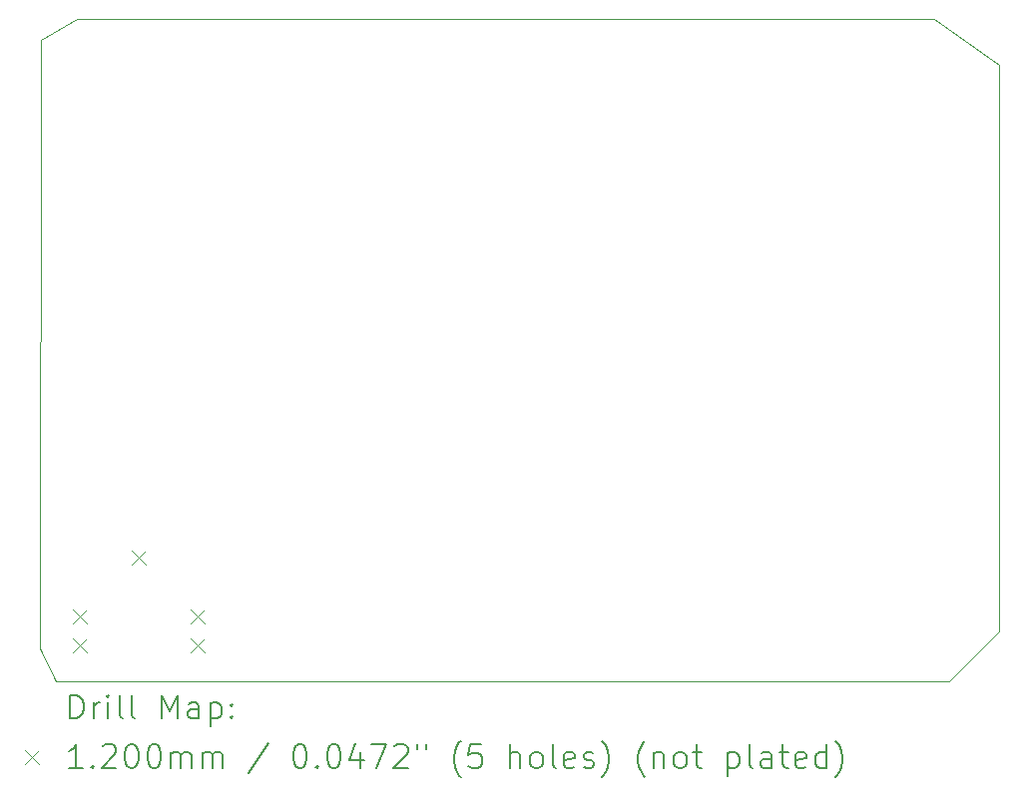
<source format=gbr>
%TF.GenerationSoftware,KiCad,Pcbnew,7.0.6*%
%TF.CreationDate,2023-11-13T16:36:01+01:00*%
%TF.ProjectId,c64sid,63363473-6964-42e6-9b69-6361645f7063,rev?*%
%TF.SameCoordinates,Original*%
%TF.FileFunction,Drillmap*%
%TF.FilePolarity,Positive*%
%FSLAX45Y45*%
G04 Gerber Fmt 4.5, Leading zero omitted, Abs format (unit mm)*
G04 Created by KiCad (PCBNEW 7.0.6) date 2023-11-13 16:36:01*
%MOMM*%
%LPD*%
G01*
G04 APERTURE LIST*
%ADD10C,0.100000*%
%ADD11C,0.200000*%
%ADD12C,0.120000*%
G04 APERTURE END LIST*
D10*
X8580000Y-10350000D02*
X8720000Y-10630000D01*
X8590000Y-5190000D02*
X8580000Y-10350000D01*
X16720000Y-10210000D02*
X16720000Y-5400000D01*
X16170000Y-5010000D02*
X8890000Y-5010000D01*
X16720000Y-5400000D02*
X16170000Y-5010000D01*
X8890000Y-5010000D02*
X8590000Y-5190000D01*
X8720000Y-10630000D02*
X16290000Y-10630000D01*
X16290000Y-10630000D02*
X16720000Y-10210000D01*
D11*
D12*
X8860000Y-10020000D02*
X8980000Y-10140000D01*
X8980000Y-10020000D02*
X8860000Y-10140000D01*
X8860000Y-10270000D02*
X8980000Y-10390000D01*
X8980000Y-10270000D02*
X8860000Y-10390000D01*
X9360000Y-9520000D02*
X9480000Y-9640000D01*
X9480000Y-9520000D02*
X9360000Y-9640000D01*
X9860000Y-10020000D02*
X9980000Y-10140000D01*
X9980000Y-10020000D02*
X9860000Y-10140000D01*
X9860000Y-10270000D02*
X9980000Y-10390000D01*
X9980000Y-10270000D02*
X9860000Y-10390000D01*
D11*
X8835777Y-10946484D02*
X8835777Y-10746484D01*
X8835777Y-10746484D02*
X8883396Y-10746484D01*
X8883396Y-10746484D02*
X8911967Y-10756008D01*
X8911967Y-10756008D02*
X8931015Y-10775055D01*
X8931015Y-10775055D02*
X8940539Y-10794103D01*
X8940539Y-10794103D02*
X8950063Y-10832198D01*
X8950063Y-10832198D02*
X8950063Y-10860770D01*
X8950063Y-10860770D02*
X8940539Y-10898865D01*
X8940539Y-10898865D02*
X8931015Y-10917912D01*
X8931015Y-10917912D02*
X8911967Y-10936960D01*
X8911967Y-10936960D02*
X8883396Y-10946484D01*
X8883396Y-10946484D02*
X8835777Y-10946484D01*
X9035777Y-10946484D02*
X9035777Y-10813150D01*
X9035777Y-10851246D02*
X9045301Y-10832198D01*
X9045301Y-10832198D02*
X9054824Y-10822674D01*
X9054824Y-10822674D02*
X9073872Y-10813150D01*
X9073872Y-10813150D02*
X9092920Y-10813150D01*
X9159586Y-10946484D02*
X9159586Y-10813150D01*
X9159586Y-10746484D02*
X9150063Y-10756008D01*
X9150063Y-10756008D02*
X9159586Y-10765531D01*
X9159586Y-10765531D02*
X9169110Y-10756008D01*
X9169110Y-10756008D02*
X9159586Y-10746484D01*
X9159586Y-10746484D02*
X9159586Y-10765531D01*
X9283396Y-10946484D02*
X9264348Y-10936960D01*
X9264348Y-10936960D02*
X9254824Y-10917912D01*
X9254824Y-10917912D02*
X9254824Y-10746484D01*
X9388158Y-10946484D02*
X9369110Y-10936960D01*
X9369110Y-10936960D02*
X9359586Y-10917912D01*
X9359586Y-10917912D02*
X9359586Y-10746484D01*
X9616729Y-10946484D02*
X9616729Y-10746484D01*
X9616729Y-10746484D02*
X9683396Y-10889341D01*
X9683396Y-10889341D02*
X9750063Y-10746484D01*
X9750063Y-10746484D02*
X9750063Y-10946484D01*
X9931015Y-10946484D02*
X9931015Y-10841722D01*
X9931015Y-10841722D02*
X9921491Y-10822674D01*
X9921491Y-10822674D02*
X9902444Y-10813150D01*
X9902444Y-10813150D02*
X9864348Y-10813150D01*
X9864348Y-10813150D02*
X9845301Y-10822674D01*
X9931015Y-10936960D02*
X9911967Y-10946484D01*
X9911967Y-10946484D02*
X9864348Y-10946484D01*
X9864348Y-10946484D02*
X9845301Y-10936960D01*
X9845301Y-10936960D02*
X9835777Y-10917912D01*
X9835777Y-10917912D02*
X9835777Y-10898865D01*
X9835777Y-10898865D02*
X9845301Y-10879817D01*
X9845301Y-10879817D02*
X9864348Y-10870293D01*
X9864348Y-10870293D02*
X9911967Y-10870293D01*
X9911967Y-10870293D02*
X9931015Y-10860770D01*
X10026253Y-10813150D02*
X10026253Y-11013150D01*
X10026253Y-10822674D02*
X10045301Y-10813150D01*
X10045301Y-10813150D02*
X10083396Y-10813150D01*
X10083396Y-10813150D02*
X10102444Y-10822674D01*
X10102444Y-10822674D02*
X10111967Y-10832198D01*
X10111967Y-10832198D02*
X10121491Y-10851246D01*
X10121491Y-10851246D02*
X10121491Y-10908389D01*
X10121491Y-10908389D02*
X10111967Y-10927436D01*
X10111967Y-10927436D02*
X10102444Y-10936960D01*
X10102444Y-10936960D02*
X10083396Y-10946484D01*
X10083396Y-10946484D02*
X10045301Y-10946484D01*
X10045301Y-10946484D02*
X10026253Y-10936960D01*
X10207205Y-10927436D02*
X10216729Y-10936960D01*
X10216729Y-10936960D02*
X10207205Y-10946484D01*
X10207205Y-10946484D02*
X10197682Y-10936960D01*
X10197682Y-10936960D02*
X10207205Y-10927436D01*
X10207205Y-10927436D02*
X10207205Y-10946484D01*
X10207205Y-10822674D02*
X10216729Y-10832198D01*
X10216729Y-10832198D02*
X10207205Y-10841722D01*
X10207205Y-10841722D02*
X10197682Y-10832198D01*
X10197682Y-10832198D02*
X10207205Y-10822674D01*
X10207205Y-10822674D02*
X10207205Y-10841722D01*
D12*
X8455000Y-11215000D02*
X8575000Y-11335000D01*
X8575000Y-11215000D02*
X8455000Y-11335000D01*
D11*
X8940539Y-11366484D02*
X8826253Y-11366484D01*
X8883396Y-11366484D02*
X8883396Y-11166484D01*
X8883396Y-11166484D02*
X8864348Y-11195055D01*
X8864348Y-11195055D02*
X8845301Y-11214103D01*
X8845301Y-11214103D02*
X8826253Y-11223627D01*
X9026253Y-11347436D02*
X9035777Y-11356960D01*
X9035777Y-11356960D02*
X9026253Y-11366484D01*
X9026253Y-11366484D02*
X9016729Y-11356960D01*
X9016729Y-11356960D02*
X9026253Y-11347436D01*
X9026253Y-11347436D02*
X9026253Y-11366484D01*
X9111967Y-11185531D02*
X9121491Y-11176008D01*
X9121491Y-11176008D02*
X9140539Y-11166484D01*
X9140539Y-11166484D02*
X9188158Y-11166484D01*
X9188158Y-11166484D02*
X9207205Y-11176008D01*
X9207205Y-11176008D02*
X9216729Y-11185531D01*
X9216729Y-11185531D02*
X9226253Y-11204579D01*
X9226253Y-11204579D02*
X9226253Y-11223627D01*
X9226253Y-11223627D02*
X9216729Y-11252198D01*
X9216729Y-11252198D02*
X9102444Y-11366484D01*
X9102444Y-11366484D02*
X9226253Y-11366484D01*
X9350063Y-11166484D02*
X9369110Y-11166484D01*
X9369110Y-11166484D02*
X9388158Y-11176008D01*
X9388158Y-11176008D02*
X9397682Y-11185531D01*
X9397682Y-11185531D02*
X9407205Y-11204579D01*
X9407205Y-11204579D02*
X9416729Y-11242674D01*
X9416729Y-11242674D02*
X9416729Y-11290293D01*
X9416729Y-11290293D02*
X9407205Y-11328388D01*
X9407205Y-11328388D02*
X9397682Y-11347436D01*
X9397682Y-11347436D02*
X9388158Y-11356960D01*
X9388158Y-11356960D02*
X9369110Y-11366484D01*
X9369110Y-11366484D02*
X9350063Y-11366484D01*
X9350063Y-11366484D02*
X9331015Y-11356960D01*
X9331015Y-11356960D02*
X9321491Y-11347436D01*
X9321491Y-11347436D02*
X9311967Y-11328388D01*
X9311967Y-11328388D02*
X9302444Y-11290293D01*
X9302444Y-11290293D02*
X9302444Y-11242674D01*
X9302444Y-11242674D02*
X9311967Y-11204579D01*
X9311967Y-11204579D02*
X9321491Y-11185531D01*
X9321491Y-11185531D02*
X9331015Y-11176008D01*
X9331015Y-11176008D02*
X9350063Y-11166484D01*
X9540539Y-11166484D02*
X9559586Y-11166484D01*
X9559586Y-11166484D02*
X9578634Y-11176008D01*
X9578634Y-11176008D02*
X9588158Y-11185531D01*
X9588158Y-11185531D02*
X9597682Y-11204579D01*
X9597682Y-11204579D02*
X9607205Y-11242674D01*
X9607205Y-11242674D02*
X9607205Y-11290293D01*
X9607205Y-11290293D02*
X9597682Y-11328388D01*
X9597682Y-11328388D02*
X9588158Y-11347436D01*
X9588158Y-11347436D02*
X9578634Y-11356960D01*
X9578634Y-11356960D02*
X9559586Y-11366484D01*
X9559586Y-11366484D02*
X9540539Y-11366484D01*
X9540539Y-11366484D02*
X9521491Y-11356960D01*
X9521491Y-11356960D02*
X9511967Y-11347436D01*
X9511967Y-11347436D02*
X9502444Y-11328388D01*
X9502444Y-11328388D02*
X9492920Y-11290293D01*
X9492920Y-11290293D02*
X9492920Y-11242674D01*
X9492920Y-11242674D02*
X9502444Y-11204579D01*
X9502444Y-11204579D02*
X9511967Y-11185531D01*
X9511967Y-11185531D02*
X9521491Y-11176008D01*
X9521491Y-11176008D02*
X9540539Y-11166484D01*
X9692920Y-11366484D02*
X9692920Y-11233150D01*
X9692920Y-11252198D02*
X9702444Y-11242674D01*
X9702444Y-11242674D02*
X9721491Y-11233150D01*
X9721491Y-11233150D02*
X9750063Y-11233150D01*
X9750063Y-11233150D02*
X9769110Y-11242674D01*
X9769110Y-11242674D02*
X9778634Y-11261722D01*
X9778634Y-11261722D02*
X9778634Y-11366484D01*
X9778634Y-11261722D02*
X9788158Y-11242674D01*
X9788158Y-11242674D02*
X9807205Y-11233150D01*
X9807205Y-11233150D02*
X9835777Y-11233150D01*
X9835777Y-11233150D02*
X9854825Y-11242674D01*
X9854825Y-11242674D02*
X9864348Y-11261722D01*
X9864348Y-11261722D02*
X9864348Y-11366484D01*
X9959586Y-11366484D02*
X9959586Y-11233150D01*
X9959586Y-11252198D02*
X9969110Y-11242674D01*
X9969110Y-11242674D02*
X9988158Y-11233150D01*
X9988158Y-11233150D02*
X10016729Y-11233150D01*
X10016729Y-11233150D02*
X10035777Y-11242674D01*
X10035777Y-11242674D02*
X10045301Y-11261722D01*
X10045301Y-11261722D02*
X10045301Y-11366484D01*
X10045301Y-11261722D02*
X10054825Y-11242674D01*
X10054825Y-11242674D02*
X10073872Y-11233150D01*
X10073872Y-11233150D02*
X10102444Y-11233150D01*
X10102444Y-11233150D02*
X10121491Y-11242674D01*
X10121491Y-11242674D02*
X10131015Y-11261722D01*
X10131015Y-11261722D02*
X10131015Y-11366484D01*
X10521491Y-11156960D02*
X10350063Y-11414103D01*
X10778634Y-11166484D02*
X10797682Y-11166484D01*
X10797682Y-11166484D02*
X10816729Y-11176008D01*
X10816729Y-11176008D02*
X10826253Y-11185531D01*
X10826253Y-11185531D02*
X10835777Y-11204579D01*
X10835777Y-11204579D02*
X10845301Y-11242674D01*
X10845301Y-11242674D02*
X10845301Y-11290293D01*
X10845301Y-11290293D02*
X10835777Y-11328388D01*
X10835777Y-11328388D02*
X10826253Y-11347436D01*
X10826253Y-11347436D02*
X10816729Y-11356960D01*
X10816729Y-11356960D02*
X10797682Y-11366484D01*
X10797682Y-11366484D02*
X10778634Y-11366484D01*
X10778634Y-11366484D02*
X10759587Y-11356960D01*
X10759587Y-11356960D02*
X10750063Y-11347436D01*
X10750063Y-11347436D02*
X10740539Y-11328388D01*
X10740539Y-11328388D02*
X10731015Y-11290293D01*
X10731015Y-11290293D02*
X10731015Y-11242674D01*
X10731015Y-11242674D02*
X10740539Y-11204579D01*
X10740539Y-11204579D02*
X10750063Y-11185531D01*
X10750063Y-11185531D02*
X10759587Y-11176008D01*
X10759587Y-11176008D02*
X10778634Y-11166484D01*
X10931015Y-11347436D02*
X10940539Y-11356960D01*
X10940539Y-11356960D02*
X10931015Y-11366484D01*
X10931015Y-11366484D02*
X10921491Y-11356960D01*
X10921491Y-11356960D02*
X10931015Y-11347436D01*
X10931015Y-11347436D02*
X10931015Y-11366484D01*
X11064348Y-11166484D02*
X11083396Y-11166484D01*
X11083396Y-11166484D02*
X11102444Y-11176008D01*
X11102444Y-11176008D02*
X11111968Y-11185531D01*
X11111968Y-11185531D02*
X11121491Y-11204579D01*
X11121491Y-11204579D02*
X11131015Y-11242674D01*
X11131015Y-11242674D02*
X11131015Y-11290293D01*
X11131015Y-11290293D02*
X11121491Y-11328388D01*
X11121491Y-11328388D02*
X11111968Y-11347436D01*
X11111968Y-11347436D02*
X11102444Y-11356960D01*
X11102444Y-11356960D02*
X11083396Y-11366484D01*
X11083396Y-11366484D02*
X11064348Y-11366484D01*
X11064348Y-11366484D02*
X11045301Y-11356960D01*
X11045301Y-11356960D02*
X11035777Y-11347436D01*
X11035777Y-11347436D02*
X11026253Y-11328388D01*
X11026253Y-11328388D02*
X11016729Y-11290293D01*
X11016729Y-11290293D02*
X11016729Y-11242674D01*
X11016729Y-11242674D02*
X11026253Y-11204579D01*
X11026253Y-11204579D02*
X11035777Y-11185531D01*
X11035777Y-11185531D02*
X11045301Y-11176008D01*
X11045301Y-11176008D02*
X11064348Y-11166484D01*
X11302444Y-11233150D02*
X11302444Y-11366484D01*
X11254825Y-11156960D02*
X11207206Y-11299817D01*
X11207206Y-11299817D02*
X11331015Y-11299817D01*
X11388158Y-11166484D02*
X11521491Y-11166484D01*
X11521491Y-11166484D02*
X11435777Y-11366484D01*
X11588158Y-11185531D02*
X11597682Y-11176008D01*
X11597682Y-11176008D02*
X11616729Y-11166484D01*
X11616729Y-11166484D02*
X11664348Y-11166484D01*
X11664348Y-11166484D02*
X11683396Y-11176008D01*
X11683396Y-11176008D02*
X11692920Y-11185531D01*
X11692920Y-11185531D02*
X11702444Y-11204579D01*
X11702444Y-11204579D02*
X11702444Y-11223627D01*
X11702444Y-11223627D02*
X11692920Y-11252198D01*
X11692920Y-11252198D02*
X11578634Y-11366484D01*
X11578634Y-11366484D02*
X11702444Y-11366484D01*
X11778634Y-11166484D02*
X11778634Y-11204579D01*
X11854825Y-11166484D02*
X11854825Y-11204579D01*
X12150063Y-11442674D02*
X12140539Y-11433150D01*
X12140539Y-11433150D02*
X12121491Y-11404579D01*
X12121491Y-11404579D02*
X12111968Y-11385531D01*
X12111968Y-11385531D02*
X12102444Y-11356960D01*
X12102444Y-11356960D02*
X12092920Y-11309341D01*
X12092920Y-11309341D02*
X12092920Y-11271246D01*
X12092920Y-11271246D02*
X12102444Y-11223627D01*
X12102444Y-11223627D02*
X12111968Y-11195055D01*
X12111968Y-11195055D02*
X12121491Y-11176008D01*
X12121491Y-11176008D02*
X12140539Y-11147436D01*
X12140539Y-11147436D02*
X12150063Y-11137912D01*
X12321491Y-11166484D02*
X12226253Y-11166484D01*
X12226253Y-11166484D02*
X12216729Y-11261722D01*
X12216729Y-11261722D02*
X12226253Y-11252198D01*
X12226253Y-11252198D02*
X12245301Y-11242674D01*
X12245301Y-11242674D02*
X12292920Y-11242674D01*
X12292920Y-11242674D02*
X12311968Y-11252198D01*
X12311968Y-11252198D02*
X12321491Y-11261722D01*
X12321491Y-11261722D02*
X12331015Y-11280769D01*
X12331015Y-11280769D02*
X12331015Y-11328388D01*
X12331015Y-11328388D02*
X12321491Y-11347436D01*
X12321491Y-11347436D02*
X12311968Y-11356960D01*
X12311968Y-11356960D02*
X12292920Y-11366484D01*
X12292920Y-11366484D02*
X12245301Y-11366484D01*
X12245301Y-11366484D02*
X12226253Y-11356960D01*
X12226253Y-11356960D02*
X12216729Y-11347436D01*
X12569110Y-11366484D02*
X12569110Y-11166484D01*
X12654825Y-11366484D02*
X12654825Y-11261722D01*
X12654825Y-11261722D02*
X12645301Y-11242674D01*
X12645301Y-11242674D02*
X12626253Y-11233150D01*
X12626253Y-11233150D02*
X12597682Y-11233150D01*
X12597682Y-11233150D02*
X12578634Y-11242674D01*
X12578634Y-11242674D02*
X12569110Y-11252198D01*
X12778634Y-11366484D02*
X12759587Y-11356960D01*
X12759587Y-11356960D02*
X12750063Y-11347436D01*
X12750063Y-11347436D02*
X12740539Y-11328388D01*
X12740539Y-11328388D02*
X12740539Y-11271246D01*
X12740539Y-11271246D02*
X12750063Y-11252198D01*
X12750063Y-11252198D02*
X12759587Y-11242674D01*
X12759587Y-11242674D02*
X12778634Y-11233150D01*
X12778634Y-11233150D02*
X12807206Y-11233150D01*
X12807206Y-11233150D02*
X12826253Y-11242674D01*
X12826253Y-11242674D02*
X12835777Y-11252198D01*
X12835777Y-11252198D02*
X12845301Y-11271246D01*
X12845301Y-11271246D02*
X12845301Y-11328388D01*
X12845301Y-11328388D02*
X12835777Y-11347436D01*
X12835777Y-11347436D02*
X12826253Y-11356960D01*
X12826253Y-11356960D02*
X12807206Y-11366484D01*
X12807206Y-11366484D02*
X12778634Y-11366484D01*
X12959587Y-11366484D02*
X12940539Y-11356960D01*
X12940539Y-11356960D02*
X12931015Y-11337912D01*
X12931015Y-11337912D02*
X12931015Y-11166484D01*
X13111968Y-11356960D02*
X13092920Y-11366484D01*
X13092920Y-11366484D02*
X13054825Y-11366484D01*
X13054825Y-11366484D02*
X13035777Y-11356960D01*
X13035777Y-11356960D02*
X13026253Y-11337912D01*
X13026253Y-11337912D02*
X13026253Y-11261722D01*
X13026253Y-11261722D02*
X13035777Y-11242674D01*
X13035777Y-11242674D02*
X13054825Y-11233150D01*
X13054825Y-11233150D02*
X13092920Y-11233150D01*
X13092920Y-11233150D02*
X13111968Y-11242674D01*
X13111968Y-11242674D02*
X13121491Y-11261722D01*
X13121491Y-11261722D02*
X13121491Y-11280769D01*
X13121491Y-11280769D02*
X13026253Y-11299817D01*
X13197682Y-11356960D02*
X13216730Y-11366484D01*
X13216730Y-11366484D02*
X13254825Y-11366484D01*
X13254825Y-11366484D02*
X13273872Y-11356960D01*
X13273872Y-11356960D02*
X13283396Y-11337912D01*
X13283396Y-11337912D02*
X13283396Y-11328388D01*
X13283396Y-11328388D02*
X13273872Y-11309341D01*
X13273872Y-11309341D02*
X13254825Y-11299817D01*
X13254825Y-11299817D02*
X13226253Y-11299817D01*
X13226253Y-11299817D02*
X13207206Y-11290293D01*
X13207206Y-11290293D02*
X13197682Y-11271246D01*
X13197682Y-11271246D02*
X13197682Y-11261722D01*
X13197682Y-11261722D02*
X13207206Y-11242674D01*
X13207206Y-11242674D02*
X13226253Y-11233150D01*
X13226253Y-11233150D02*
X13254825Y-11233150D01*
X13254825Y-11233150D02*
X13273872Y-11242674D01*
X13350063Y-11442674D02*
X13359587Y-11433150D01*
X13359587Y-11433150D02*
X13378634Y-11404579D01*
X13378634Y-11404579D02*
X13388158Y-11385531D01*
X13388158Y-11385531D02*
X13397682Y-11356960D01*
X13397682Y-11356960D02*
X13407206Y-11309341D01*
X13407206Y-11309341D02*
X13407206Y-11271246D01*
X13407206Y-11271246D02*
X13397682Y-11223627D01*
X13397682Y-11223627D02*
X13388158Y-11195055D01*
X13388158Y-11195055D02*
X13378634Y-11176008D01*
X13378634Y-11176008D02*
X13359587Y-11147436D01*
X13359587Y-11147436D02*
X13350063Y-11137912D01*
X13711968Y-11442674D02*
X13702444Y-11433150D01*
X13702444Y-11433150D02*
X13683396Y-11404579D01*
X13683396Y-11404579D02*
X13673872Y-11385531D01*
X13673872Y-11385531D02*
X13664349Y-11356960D01*
X13664349Y-11356960D02*
X13654825Y-11309341D01*
X13654825Y-11309341D02*
X13654825Y-11271246D01*
X13654825Y-11271246D02*
X13664349Y-11223627D01*
X13664349Y-11223627D02*
X13673872Y-11195055D01*
X13673872Y-11195055D02*
X13683396Y-11176008D01*
X13683396Y-11176008D02*
X13702444Y-11147436D01*
X13702444Y-11147436D02*
X13711968Y-11137912D01*
X13788158Y-11233150D02*
X13788158Y-11366484D01*
X13788158Y-11252198D02*
X13797682Y-11242674D01*
X13797682Y-11242674D02*
X13816730Y-11233150D01*
X13816730Y-11233150D02*
X13845301Y-11233150D01*
X13845301Y-11233150D02*
X13864349Y-11242674D01*
X13864349Y-11242674D02*
X13873872Y-11261722D01*
X13873872Y-11261722D02*
X13873872Y-11366484D01*
X13997682Y-11366484D02*
X13978634Y-11356960D01*
X13978634Y-11356960D02*
X13969111Y-11347436D01*
X13969111Y-11347436D02*
X13959587Y-11328388D01*
X13959587Y-11328388D02*
X13959587Y-11271246D01*
X13959587Y-11271246D02*
X13969111Y-11252198D01*
X13969111Y-11252198D02*
X13978634Y-11242674D01*
X13978634Y-11242674D02*
X13997682Y-11233150D01*
X13997682Y-11233150D02*
X14026253Y-11233150D01*
X14026253Y-11233150D02*
X14045301Y-11242674D01*
X14045301Y-11242674D02*
X14054825Y-11252198D01*
X14054825Y-11252198D02*
X14064349Y-11271246D01*
X14064349Y-11271246D02*
X14064349Y-11328388D01*
X14064349Y-11328388D02*
X14054825Y-11347436D01*
X14054825Y-11347436D02*
X14045301Y-11356960D01*
X14045301Y-11356960D02*
X14026253Y-11366484D01*
X14026253Y-11366484D02*
X13997682Y-11366484D01*
X14121492Y-11233150D02*
X14197682Y-11233150D01*
X14150063Y-11166484D02*
X14150063Y-11337912D01*
X14150063Y-11337912D02*
X14159587Y-11356960D01*
X14159587Y-11356960D02*
X14178634Y-11366484D01*
X14178634Y-11366484D02*
X14197682Y-11366484D01*
X14416730Y-11233150D02*
X14416730Y-11433150D01*
X14416730Y-11242674D02*
X14435777Y-11233150D01*
X14435777Y-11233150D02*
X14473873Y-11233150D01*
X14473873Y-11233150D02*
X14492920Y-11242674D01*
X14492920Y-11242674D02*
X14502444Y-11252198D01*
X14502444Y-11252198D02*
X14511968Y-11271246D01*
X14511968Y-11271246D02*
X14511968Y-11328388D01*
X14511968Y-11328388D02*
X14502444Y-11347436D01*
X14502444Y-11347436D02*
X14492920Y-11356960D01*
X14492920Y-11356960D02*
X14473873Y-11366484D01*
X14473873Y-11366484D02*
X14435777Y-11366484D01*
X14435777Y-11366484D02*
X14416730Y-11356960D01*
X14626253Y-11366484D02*
X14607206Y-11356960D01*
X14607206Y-11356960D02*
X14597682Y-11337912D01*
X14597682Y-11337912D02*
X14597682Y-11166484D01*
X14788158Y-11366484D02*
X14788158Y-11261722D01*
X14788158Y-11261722D02*
X14778634Y-11242674D01*
X14778634Y-11242674D02*
X14759587Y-11233150D01*
X14759587Y-11233150D02*
X14721492Y-11233150D01*
X14721492Y-11233150D02*
X14702444Y-11242674D01*
X14788158Y-11356960D02*
X14769111Y-11366484D01*
X14769111Y-11366484D02*
X14721492Y-11366484D01*
X14721492Y-11366484D02*
X14702444Y-11356960D01*
X14702444Y-11356960D02*
X14692920Y-11337912D01*
X14692920Y-11337912D02*
X14692920Y-11318865D01*
X14692920Y-11318865D02*
X14702444Y-11299817D01*
X14702444Y-11299817D02*
X14721492Y-11290293D01*
X14721492Y-11290293D02*
X14769111Y-11290293D01*
X14769111Y-11290293D02*
X14788158Y-11280769D01*
X14854825Y-11233150D02*
X14931015Y-11233150D01*
X14883396Y-11166484D02*
X14883396Y-11337912D01*
X14883396Y-11337912D02*
X14892920Y-11356960D01*
X14892920Y-11356960D02*
X14911968Y-11366484D01*
X14911968Y-11366484D02*
X14931015Y-11366484D01*
X15073873Y-11356960D02*
X15054825Y-11366484D01*
X15054825Y-11366484D02*
X15016730Y-11366484D01*
X15016730Y-11366484D02*
X14997682Y-11356960D01*
X14997682Y-11356960D02*
X14988158Y-11337912D01*
X14988158Y-11337912D02*
X14988158Y-11261722D01*
X14988158Y-11261722D02*
X14997682Y-11242674D01*
X14997682Y-11242674D02*
X15016730Y-11233150D01*
X15016730Y-11233150D02*
X15054825Y-11233150D01*
X15054825Y-11233150D02*
X15073873Y-11242674D01*
X15073873Y-11242674D02*
X15083396Y-11261722D01*
X15083396Y-11261722D02*
X15083396Y-11280769D01*
X15083396Y-11280769D02*
X14988158Y-11299817D01*
X15254825Y-11366484D02*
X15254825Y-11166484D01*
X15254825Y-11356960D02*
X15235777Y-11366484D01*
X15235777Y-11366484D02*
X15197682Y-11366484D01*
X15197682Y-11366484D02*
X15178634Y-11356960D01*
X15178634Y-11356960D02*
X15169111Y-11347436D01*
X15169111Y-11347436D02*
X15159587Y-11328388D01*
X15159587Y-11328388D02*
X15159587Y-11271246D01*
X15159587Y-11271246D02*
X15169111Y-11252198D01*
X15169111Y-11252198D02*
X15178634Y-11242674D01*
X15178634Y-11242674D02*
X15197682Y-11233150D01*
X15197682Y-11233150D02*
X15235777Y-11233150D01*
X15235777Y-11233150D02*
X15254825Y-11242674D01*
X15331015Y-11442674D02*
X15340539Y-11433150D01*
X15340539Y-11433150D02*
X15359587Y-11404579D01*
X15359587Y-11404579D02*
X15369111Y-11385531D01*
X15369111Y-11385531D02*
X15378634Y-11356960D01*
X15378634Y-11356960D02*
X15388158Y-11309341D01*
X15388158Y-11309341D02*
X15388158Y-11271246D01*
X15388158Y-11271246D02*
X15378634Y-11223627D01*
X15378634Y-11223627D02*
X15369111Y-11195055D01*
X15369111Y-11195055D02*
X15359587Y-11176008D01*
X15359587Y-11176008D02*
X15340539Y-11147436D01*
X15340539Y-11147436D02*
X15331015Y-11137912D01*
M02*

</source>
